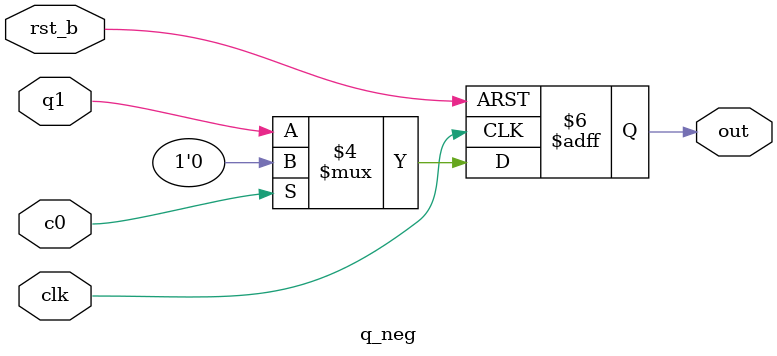
<source format=v>
module q_neg (
    input clk, rst_b, c0, q1,
    output reg out
);
    always @(posedge clk, negedge rst_b) begin
        if(!rst_b) out <= 0;
        else if(c0) out <= 0;
        else out <= q1;
    end
endmodule

</source>
